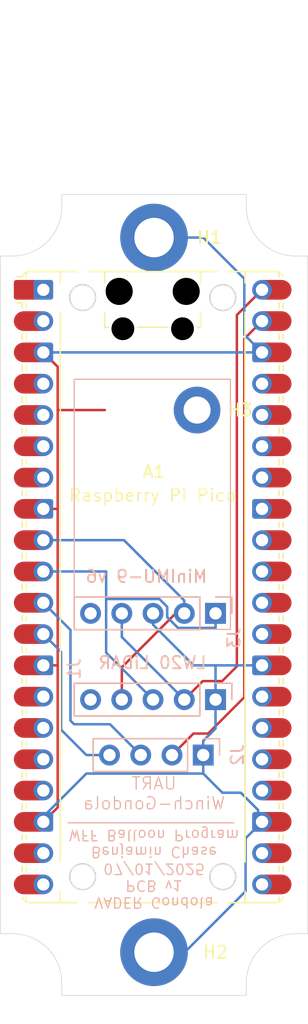
<source format=kicad_pcb>
(kicad_pcb (version 20241229) (generator "pcbnew") (generator_version "9.0")
  (title_block (title "VADER Gondola") (date "2025-07-01") (rev "v1") (company "NASA"))
  (layers (0 "F.Cu" signal) (2 "B.Cu" signal) (13 "F.Paste" user) (15 "B.Paste" user) (5 "F.SilkS" user "F.Silkscreen") (7 "B.SilkS" user "B.Silkscreen") (1 "F.Mask" user) (3 "B.Mask" user) (25 "Edge.Cuts" user))
  (net 0 "")
  (net 3 "GND")
  (net 5 "Net-(A1-VSYS)")
  (net 7 "Net-(A1-GPIO8)")
  (net 10 "VCC")
  (net 14 "Net-(A1-GPIO7)")
  (net 15 "Net-(A1-GPIO9)")
  (net 19 "unconnected-(A1-3V3-Pad36)")
  (net 20 "Net-(A1-GPIO6)")
  (footprint "Module:RaspberryPi_Pico_Common_Unspecified" (layer "F.Cu") (at 177.89 110.37)
    (property "Reference" "A1" (at -0.89 -9.37 0) (layer "F.SilkS") (effects (justify left)))
    (property "Value" "RaspberryPi_Pico")
    (fp_line (start -10.61 -23.07) (end -11.09 -23.07) (stroke (width 0.12)) (layer "F.SilkS"))
    (fp_line (start -10.61 -23.07) (end -10.61 -22.65) (stroke (width 0.12)) (layer "F.SilkS"))
    (fp_line (start -10.61 -20.53) (end -10.61 -20.11) (stroke (width 0.12)) (layer "F.SilkS"))
    (fp_line (start -10.61 -17.99) (end -10.61 -17.57) (stroke (width 0.12)) (layer "F.SilkS"))
    (fp_line (start -10.61 -15.45) (end -10.61 -15.03) (stroke (width 0.12)) (layer "F.SilkS"))
    (fp_line (start -10.61 -12.91) (end -10.61 -12.49) (stroke (width 0.12)) (layer "F.SilkS"))
    (fp_line (start -10.61 -10.37) (end -10.61 -9.95) (stroke (width 0.12)) (layer "F.SilkS"))
    (fp_line (start -10.61 -7.83) (end -10.61 -7.41) (stroke (width 0.12)) (layer "F.SilkS"))
    (fp_line (start -10.61 -5.29) (end -10.61 -4.87) (stroke (width 0.12)) (layer "F.SilkS"))
    (fp_line (start -10.61 -2.75) (end -10.61 -2.33) (stroke (width 0.12)) (layer "F.SilkS"))
    (fp_line (start -10.61 -0.21) (end -10.61 0.21) (stroke (width 0.12)) (layer "F.SilkS"))
    (fp_line (start -10.61 2.33) (end -10.61 2.75) (stroke (width 0.12)) (layer "F.SilkS"))
    (fp_line (start -10.61 4.87) (end -10.61 5.29) (stroke (width 0.12)) (layer "F.SilkS"))
    (fp_line (start -10.61 7.41) (end -10.61 7.83) (stroke (width 0.12)) (layer "F.SilkS"))
    (fp_line (start -10.61 9.95) (end -10.61 10.37) (stroke (width 0.12)) (layer "F.SilkS"))
    (fp_line (start -10.61 12.49) (end -10.61 12.91) (stroke (width 0.12)) (layer "F.SilkS"))
    (fp_line (start -10.61 15.03) (end -10.61 15.45) (stroke (width 0.12)) (layer "F.SilkS"))
    (fp_line (start -10.61 17.57) (end -10.61 17.99) (stroke (width 0.12)) (layer "F.SilkS"))
    (fp_line (start -10.61 20.11) (end -10.61 20.53) (stroke (width 0.12)) (layer "F.SilkS"))
    (fp_line (start -10.61 22.65) (end -10.61 23.07) (stroke (width 0.12)) (layer "F.SilkS"))
    (fp_line (start -10.579676 -25.19) (end -11.09 -25.19) (stroke (width 0.12)) (layer "F.SilkS"))
    (fp_line (start -10.27 -25.189937) (end -10.27 -25.547) (stroke (width 0.12)) (layer "F.SilkS"))
    (fp_line (start -10.27 -23.07) (end -10.27 -22.65) (stroke (width 0.12)) (layer "F.SilkS"))
    (fp_line (start -10.27 -20.53) (end -10.27 -20.11) (stroke (width 0.12)) (layer "F.SilkS"))
    (fp_line (start -10.27 -17.99) (end -10.27 -17.57) (stroke (width 0.12)) (layer "F.SilkS"))
    (fp_line (start -10.27 -15.45) (end -10.27 -15.03) (stroke (width 0.12)) (layer "F.SilkS"))
    (fp_line (start -10.27 -12.91) (end -10.27 -12.49) (stroke (width 0.12)) (layer "F.SilkS"))
    (fp_line (start -10.27 -10.37) (end -10.27 -9.95) (stroke (width 0.12)) (layer "F.SilkS"))
    (fp_line (start -10.27 -7.83) (end -10.27 -7.41) (stroke (width 0.12)) (layer "F.SilkS"))
    (fp_line (start -10.27 -5.29) (end -10.27 -4.87) (stroke (width 0.12)) (layer "F.SilkS"))
    (fp_line (start -10.27 -2.75) (end -10.27 -2.33) (stroke (width 0.12)) (layer "F.SilkS"))
    (fp_line (start -10.27 -0.21) (end -10.27 0.21) (stroke (width 0.12)) (layer "F.SilkS"))
    (fp_line (start -10.27 2.33) (end -10.27 2.75) (stroke (width 0.12)) (layer "F.SilkS"))
    (fp_line (start -10.27 4.87) (end -10.27 5.29) (stroke (width 0.12)) (layer "F.SilkS"))
    (fp_line (start -10.27 7.41) (end -10.27 7.83) (stroke (width 0.12)) (layer "F.SilkS"))
    (fp_line (start -10.27 9.95) (end -10.27 10.37) (stroke (width 0.12)) (layer "F.SilkS"))
    (fp_line (start -10.27 12.49) (end -10.27 12.91) (stroke (width 0.12)) (layer "F.SilkS"))
    (fp_line (start -10.27 15.03) (end -10.27 15.45) (stroke (width 0.12)) (layer "F.SilkS"))
    (fp_line (start -10.27 17.57) (end -10.27 17.99) (stroke (width 0.12)) (layer "F.SilkS"))
    (fp_line (start -10.27 20.11) (end -10.27 20.53) (stroke (width 0.12)) (layer "F.SilkS"))
    (fp_line (start -10.27 22.65) (end -10.27 23.07) (stroke (width 0.12)) (layer "F.SilkS"))
    (fp_line (start -10.27 25.189937) (end -10.27 25.547) (stroke (width 0.12)) (layer "F.SilkS"))
    (fp_line (start -10 -25.61) (end -7.51 -25.61) (stroke (width 0.12)) (layer "F.SilkS"))
    (fp_line (start -10 25.61) (end -6.162061 25.61) (stroke (width 0.12)) (layer "F.SilkS"))
    (fp_line (start -7.51 -25.61) (end -7.51 -24.69648) (stroke (width 0.12)) (layer "F.SilkS"))
    (fp_line (start -7.51 -25.61) (end -6.16206 -25.61) (stroke (width 0.12)) (layer "F.SilkS"))
    (fp_line (start -7.51 -22.30352) (end -7.51 22.30352) (stroke (width 0.12)) (layer "F.SilkS"))
    (fp_line (start -7.51 24.69648) (end -7.51 25.61) (stroke (width 0.12)) (layer "F.SilkS"))
    (fp_line (start -5.237939 -25.61) (end -4.235 -25.61) (stroke (width 0.12)) (layer "F.SilkS"))
    (fp_line (start -4.235 -25.61) (end 4.235 -25.61) (stroke (width 0.12)) (layer "F.SilkS"))
    (fp_line (start -3.9 -25.61) (end -3.9 -24.694) (stroke (width 0.12)) (layer "F.SilkS"))
    (fp_line (start -3.9 -22.306) (end -3.9 -21.09) (stroke (width 0.12)) (layer "F.SilkS"))
    (fp_line (start -3.9 -21.09) (end -3.60391 -21.09) (stroke (width 0.12)) (layer "F.SilkS"))
    (fp_line (start -3.6 25.61) (end -5.237939 25.61) (stroke (width 0.12)) (layer "F.SilkS"))
    (fp_line (start -1.24609 -21.09) (end 1.24609 -21.09) (stroke (width 0.12)) (layer "F.SilkS"))
    (fp_line (start 3.6 25.61) (end -3.6 25.61) (stroke (width 0.12)) (layer "F.SilkS"))
    (fp_line (start 3.60391 -21.09) (end 3.9 -21.09) (stroke (width 0.12)) (layer "F.SilkS"))
    (fp_line (start 3.9 -25.61) (end 3.9 -24.694) (stroke (width 0.12)) (layer "F.SilkS"))
    (fp_line (start 3.9 -22.306) (end 3.9 -21.09) (stroke (width 0.12)) (layer "F.SilkS"))
    (fp_line (start 4.235 -25.61) (end 5.237939 -25.61) (stroke (width 0.12)) (layer "F.SilkS"))
    (fp_line (start 5.237939 25.61) (end 3.6 25.61) (stroke (width 0.12)) (layer "F.SilkS"))
    (fp_line (start 6.162061 -25.61) (end 7.51 -25.61) (stroke (width 0.12)) (layer "F.SilkS"))
    (fp_line (start 6.162061 25.61) (end 10 25.61) (stroke (width 0.12)) (layer "F.SilkS"))
    (fp_line (start 7.51 -25.61) (end 7.51 -24.69648) (stroke (width 0.12)) (layer "F.SilkS"))
    (fp_line (start 7.51 -22.30352) (end 7.51 22.30352) (stroke (width 0.12)) (layer "F.SilkS"))
    (fp_line (start 7.51 24.69648) (end 7.51 25.61) (stroke (width 0.12)) (layer "F.SilkS"))
    (fp_line (start 10 -25.61) (end 7.51 -25.61) (stroke (width 0.12)) (layer "F.SilkS"))
    (fp_line (start 10.27 -25.189937) (end 10.27 -25.547) (stroke (width 0.12)) (layer "F.SilkS"))
    (fp_line (start 10.27 -23.07) (end 10.27 -22.65) (stroke (width 0.12)) (layer "F.SilkS"))
    (fp_line (start 10.27 -20.53) (end 10.27 -20.11) (stroke (width 0.12)) (layer "F.SilkS"))
    (fp_line (start 10.27 -17.99) (end 10.27 -17.57) (stroke (width 0.12)) (layer "F.SilkS"))
    (fp_line (start 10.27 -15.45) (end 10.27 -15.03) (stroke (width 0.12)) (layer "F.SilkS"))
    (fp_line (start 10.27 -12.91) (end 10.27 -12.49) (stroke (width 0.12)) (layer "F.SilkS"))
    (fp_line (start 10.27 -10.37) (end 10.27 -9.95) (stroke (width 0.12)) (layer "F.SilkS"))
    (fp_line (start 10.27 -7.83) (end 10.27 -7.41) (stroke (width 0.12)) (layer "F.SilkS"))
    (fp_line (start 10.27 -5.29) (end 10.27 -4.87) (stroke (width 0.12)) (layer "F.SilkS"))
    (fp_line (start 10.27 -2.75) (end 10.27 -2.33) (stroke (width 0.12)) (layer "F.SilkS"))
    (fp_line (start 10.27 -0.21) (end 10.27 0.21) (stroke (width 0.12)) (layer "F.SilkS"))
    (fp_line (start 10.27 2.33) (end 10.27 2.75) (stroke (width 0.12)) (layer "F.SilkS"))
    (fp_line (start 10.27 4.87) (end 10.27 5.29) (stroke (width 0.12)) (layer "F.SilkS"))
    (fp_line (start 10.27 7.41) (end 10.27 7.83) (stroke (width 0.12)) (layer "F.SilkS"))
    (fp_line (start 10.27 9.95) (end 10.27 10.37) (stroke (width 0.12)) (layer "F.SilkS"))
    (fp_line (start 10.27 12.49) (end 10.27 12.91) (stroke (width 0.12)) (layer "F.SilkS"))
    (fp_line (start 10.27 15.03) (end 10.27 15.45) (stroke (width 0.12)) (layer "F.SilkS"))
    (fp_line (start 10.27 17.57) (end 10.27 17.99) (stroke (width 0.12)) (layer "F.SilkS"))
    (fp_line (start 10.27 20.11) (end 10.27 20.53) (stroke (width 0.12)) (layer "F.SilkS"))
    (fp_line (start 10.27 22.65) (end 10.27 23.07) (stroke (width 0.12)) (layer "F.SilkS"))
    (fp_line (start 10.27 25.189937) (end 10.27 25.547) (stroke (width 0.12)) (layer "F.SilkS"))
    (fp_line (start 10.61 -23.07) (end 10.61 -22.65) (stroke (width 0.12)) (layer "F.SilkS"))
    (fp_line (start 10.61 -20.53) (end 10.61 -20.11) (stroke (width 0.12)) (layer "F.SilkS"))
    (fp_line (start 10.61 -17.99) (end 10.61 -17.57) (stroke (width 0.12)) (layer "F.SilkS"))
    (fp_line (start 10.61 -15.45) (end 10.61 -15.03) (stroke (width 0.12)) (layer "F.SilkS"))
    (fp_line (start 10.61 -12.91) (end 10.61 -12.49) (stroke (width 0.12)) (layer "F.SilkS"))
    (fp_line (start 10.61 -10.37) (end 10.61 -9.95) (stroke (width 0.12)) (layer "F.SilkS"))
    (fp_line (start 10.61 -7.83) (end 10.61 -7.41) (stroke (width 0.12)) (layer "F.SilkS"))
    (fp_line (start 10.61 -5.29) (end 10.61 -4.87) (stroke (width 0.12)) (layer "F.SilkS"))
    (fp_line (start 10.61 -2.75) (end 10.61 -2.33) (stroke (width 0.12)) (layer "F.SilkS"))
    (fp_line (start 10.61 -0.21) (end 10.61 0.21) (stroke (width 0.12)) (layer "F.SilkS"))
    (fp_line (start 10.61 2.33) (end 10.61 2.75) (stroke (width 0.12)) (layer "F.SilkS"))
    (fp_line (start 10.61 4.87) (end 10.61 5.29) (stroke (width 0.12)) (layer "F.SilkS"))
    (fp_line (start 10.61 7.41) (end 10.61 7.83) (stroke (width 0.12)) (layer "F.SilkS"))
    (fp_line (start 10.61 9.95) (end 10.61 10.37) (stroke (width 0.12)) (layer "F.SilkS"))
    (fp_line (start 10.61 12.49) (end 10.61 12.91) (stroke (width 0.12)) (layer "F.SilkS"))
    (fp_line (start 10.61 15.03) (end 10.61 15.45) (stroke (width 0.12)) (layer "F.SilkS"))
    (fp_line (start 10.61 17.57) (end 10.61 17.99) (stroke (width 0.12)) (layer "F.SilkS"))
    (fp_line (start 10.61 20.11) (end 10.61 20.53) (stroke (width 0.12)) (layer "F.SilkS"))
    (fp_line (start 10.61 22.65) (end 10.61 23.07) (stroke (width 0.12)) (layer "F.SilkS"))
    (fp_arc (start -10.579676 -25.19) (mid -10.357938 -25.493944) (end -10 -25.61) (stroke (width 0.12)) (layer "F.SilkS"))
    (fp_arc (start -10 25.61) (mid -10.357937 25.493944) (end -10.579676 25.189937) (stroke (width 0.12)) (layer "F.SilkS"))
    (fp_arc (start 10 -25.61) (mid 10.357937 -25.493944) (end 10.579676 -25.189937) (stroke (width 0.12)) (layer "F.SilkS"))
    (fp_arc (start 10.579676 25.189937) (mid 10.357946 25.493957) (end 10 25.61) (stroke (width 0.12)) (layer "F.SilkS"))
    (fp_circle (center -5.7 -23.5) (end -4.65 -23.5) (stroke (width 0.12)) (fill no) (layer "Edge.Cuts"))
    (fp_circle (center -5.7 23.5) (end -4.65 23.5) (stroke (width 0.12)) (fill no) (layer "Edge.Cuts"))
    (fp_circle (center 5.7 -23.5) (end 6.75 -23.5) (stroke (width 0.12)) (fill no) (layer "Edge.Cuts"))
    (fp_circle (center 5.7 23.5) (end 6.75 23.5) (stroke (width 0.12)) (fill no) (layer "Edge.Cuts"))
    (pad "" np_thru_hole circle (at -2.725 -24) (size 2.2 2.2) (drill 2.2) (layers "*.Mask"))
    (pad "" np_thru_hole circle (at -2.425 -20.97) (size 1.85 1.85) (drill 1.85) (layers "*.Mask"))
    (pad "" np_thru_hole circle (at 2.425 -20.97) (size 1.85 1.85) (drill 1.85) (layers "*.Mask"))
    (pad "" np_thru_hole circle (at 2.725 -24) (size 2.2 2.2) (drill 2.2) (layers "*.Mask"))
    (pad "1" smd custom (at -9.69 -24.13) (size 1.6 0.8) (layers "F.Cu" "F.Mask") (options (clearance outline) (anchor rect)) (primitives (gr_circle (center 0.8 0) (end 1.6 0) (width 0) (fill yes)) (gr_poly (pts (xy -1.6 -0.6) (xy -1.6 0.6) (xy -1.4 0.8) (xy 0.8 0.8) (xy 0.8 -0.8) (xy -1.4 -0.8)) (width 0) (fill yes)) (gr_circle (center -1.4 -0.6) (end -1.2 -0.6) (width 0) (fill yes)) (gr_circle (center -1.4 0.6) (end -1.2 0.6) (width 0) (fill yes))))
    (pad "1" thru_hole roundrect (at -8.89 -24.13) (size 1.6 1.6) (drill 1) (layers "*.Cu" "*.Mask") (roundrect_rratio 0.125))
    (pad "2" smd roundrect (at -9.69 -21.59) (size 3.2 1.6) (layers "F.Cu" "F.Mask") (roundrect_rratio 0.5))
    (pad "2" thru_hole circle (at -8.89 -21.59) (size 1.6 1.6) (drill 1) (layers "*.Cu" "*.Mask"))
    (pad "3" smd custom (at -9.69 -19.05) (size 1.6 0.8) (layers "F.Cu" "F.Mask") (net 3 "GND") (options (clearance outline) (anchor rect)) (primitives (gr_circle (center -0.8 0) (end 0 0) (width 0) (fill yes)) (gr_poly (pts (xy 1.6 -0.6) (xy 1.6 0.6) (xy 1.4 0.8) (xy -0.8 0.8) (xy -0.8 -0.8) (xy 1.4 -0.8)) (width 0) (fill yes)) (gr_circle (center 1.4 -0.6) (end 1.6 -0.6) (width 0) (fill yes)) (gr_circle (center 1.4 0.6) (end 1.6 0.6) (width 0) (fill yes))))
    (pad "3" thru_hole custom (at -8.89 -19.05) (size 1.6 1.6) (drill 1) (layers "*.Cu" "*.Mask") (net 3 "GND") (options (clearance outline) (anchor circle)) (primitives (gr_poly (pts (xy 0.8 0.6) (xy 0.8 -0.6) (xy 0.6 -0.8) (xy 0 -0.8) (xy 0 0.8) (xy 0.6 0.8)) (width 0) (fill yes)) (gr_circle (center 0.6 0.6) (end 0.8 0.6) (width 0) (fill yes)) (gr_circle (center 0.6 -0.6) (end 0.8 -0.6) (width 0) (fill yes))))
    (pad "4" smd roundrect (at -9.69 -16.51) (size 3.2 1.6) (layers "F.Cu" "F.Mask") (roundrect_rratio 0.5))
    (pad "4" thru_hole circle (at -8.89 -16.51) (size 1.6 1.6) (drill 1) (layers "*.Cu" "*.Mask"))
    (pad "5" smd roundrect (at -9.69 -13.97) (size 3.2 1.6) (layers "F.Cu" "F.Mask") (roundrect_rratio 0.5))
    (pad "5" thru_hole circle (at -8.89 -13.97) (size 1.6 1.6) (drill 1) (layers "*.Cu" "*.Mask"))
    (pad "6" smd roundrect (at -9.69 -11.43) (size 3.2 1.6) (layers "F.Cu" "F.Mask") (roundrect_rratio 0.5))
    (pad "6" thru_hole circle (at -8.89 -11.43) (size 1.6 1.6) (drill 1) (layers "*.Cu" "*.Mask"))
    (pad "7" smd roundrect (at -9.69 -8.89) (size 3.2 1.6) (layers "F.Cu" "F.Mask") (roundrect_rratio 0.5))
    (pad "7" thru_hole circle (at -8.89 -8.89) (size 1.6 1.6) (drill 1) (layers "*.Cu" "*.Mask"))
    (pad "8" smd custom (at -9.69 -6.35) (size 1.6 0.8) (layers "F.Cu" "F.Mask") (net 3 "GND") (options (clearance outline) (anchor rect)) (primitives (gr_circle (center -0.8 0) (end 0 0) (width 0) (fill yes)) (gr_poly (pts (xy 1.6 -0.6) (xy 1.6 0.6) (xy 1.4 0.8) (xy -0.8 0.8) (xy -0.8 -0.8) (xy 1.4 -0.8)) (width 0) (fill yes)) (gr_circle (center 1.4 -0.6) (end 1.6 -0.6) (width 0) (fill yes)) (gr_circle (center 1.4 0.6) (end 1.6 0.6) (width 0) (fill yes))))
    (pad "8" thru_hole custom (at -8.89 -6.35) (size 1.6 1.6) (drill 1) (layers "*.Cu" "*.Mask") (net 3 "GND") (options (clearance outline) (anchor circle)) (primitives (gr_poly (pts (xy 0.8 0.6) (xy 0.8 -0.6) (xy 0.6 -0.8) (xy 0 -0.8) (xy 0 0.8) (xy 0.6 0.8)) (width 0) (fill yes)) (gr_circle (center 0.6 0.6) (end 0.8 0.6) (width 0) (fill yes)) (gr_circle (center 0.6 -0.6) (end 0.8 -0.6) (width 0) (fill yes))))
    (pad "9" smd roundrect (at -9.69 -3.81) (size 3.2 1.6) (layers "F.Cu" "F.Mask") (roundrect_rratio 0.5) (net 20 "Net-(A1-GPIO6)"))
    (pad "9" thru_hole circle (at -8.89 -3.81) (size 1.6 1.6) (drill 1) (layers "*.Cu" "*.Mask") (net 20 "Net-(A1-GPIO6)"))
    (pad "10" smd roundrect (at -9.69 -1.27) (size 3.2 1.6) (layers "F.Cu" "F.Mask") (roundrect_rratio 0.5) (net 14 "Net-(A1-GPIO7)"))
    (pad "10" thru_hole circle (at -8.89 -1.27) (size 1.6 1.6) (drill 1) (layers "*.Cu" "*.Mask") (net 14 "Net-(A1-GPIO7)"))
    (pad "11" smd roundrect (at -9.69 1.27) (size 3.2 1.6) (layers "F.Cu" "F.Mask") (roundrect_rratio 0.5) (net 7 "Net-(A1-GPIO8)"))
    (pad "11" thru_hole circle (at -8.89 1.27) (size 1.6 1.6) (drill 1) (layers "*.Cu" "*.Mask") (net 7 "Net-(A1-GPIO8)"))
    (pad "12" smd roundrect (at -9.69 3.81) (size 3.2 1.6) (layers "F.Cu" "F.Mask") (roundrect_rratio 0.5) (net 15 "Net-(A1-GPIO9)"))
    (pad "12" thru_hole circle (at -8.89 3.81) (size 1.6 1.6) (drill 1) (layers "*.Cu" "*.Mask") (net 15 "Net-(A1-GPIO9)"))
    (pad "13" smd custom (at -9.69 6.35) (size 1.6 0.8) (layers "F.Cu" "F.Mask") (net 3 "GND") (options (clearance outline) (anchor rect)) (primitives (gr_circle (center -0.8 0) (end 0 0) (width 0) (fill yes)) (gr_poly (pts (xy 1.6 -0.6) (xy 1.6 0.6) (xy 1.4 0.8) (xy -0.8 0.8) (xy -0.8 -0.8) (xy 1.4 -0.8)) (width 0) (fill yes)) (gr_circle (center 1.4 -0.6) (end 1.6 -0.6) (width 0) (fill yes)) (gr_circle (center 1.4 0.6) (end 1.6 0.6) (width 0) (fill yes))))
    (pad "13" thru_hole custom (at -8.89 6.35) (size 1.6 1.6) (drill 1) (layers "*.Cu" "*.Mask") (net 3 "GND") (options (clearance outline) (anchor circle)) (primitives (gr_poly (pts (xy 0.8 0.6) (xy 0.8 -0.6) (xy 0.6 -0.8) (xy 0 -0.8) (xy 0 0.8) (xy 0.6 0.8)) (width 0) (fill yes)) (gr_circle (center 0.6 0.6) (end 0.8 0.6) (width 0) (fill yes)) (gr_circle (center 0.6 -0.6) (end 0.8 -0.6) (width 0) (fill yes))))
    (pad "14" smd roundrect (at -9.69 8.89) (size 3.2 1.6) (layers "F.Cu" "F.Mask") (roundrect_rratio 0.5))
    (pad "14" thru_hole circle (at -8.89 8.89) (size 1.6 1.6) (drill 1) (layers "*.Cu" "*.Mask"))
    (pad "15" smd roundrect (at -9.69 11.43) (size 3.2 1.6) (layers "F.Cu" "F.Mask") (roundrect_rratio 0.5))
    (pad "15" thru_hole circle (at -8.89 11.43) (size 1.6 1.6) (drill 1) (layers "*.Cu" "*.Mask"))
    (pad "16" smd roundrect (at -9.69 13.97) (size 3.2 1.6) (layers "F.Cu" "F.Mask") (roundrect_rratio 0.5))
    (pad "16" thru_hole circle (at -8.89 13.97) (size 1.6 1.6) (drill 1) (layers "*.Cu" "*.Mask"))
    (pad "17" smd roundrect (at -9.69 16.51) (size 3.2 1.6) (layers "F.Cu" "F.Mask") (roundrect_rratio 0.5))
    (pad "17" thru_hole circle (at -8.89 16.51) (size 1.6 1.6) (drill 1) (layers "*.Cu" "*.Mask"))
    (pad "18" smd custom (at -9.69 19.05) (size 1.6 0.8) (layers "F.Cu" "F.Mask") (net 3 "GND") (options (clearance outline) (anchor rect)) (primitives (gr_circle (center -0.8 0) (end 0 0) (width 0) (fill yes)) (gr_poly (pts (xy 1.6 -0.6) (xy 1.6 0.6) (xy 1.4 0.8) (xy -0.8 0.8) (xy -0.8 -0.8) (xy 1.4 -0.8)) (width 0) (fill yes)) (gr_circle (center 1.4 -0.6) (end 1.6 -0.6) (width 0) (fill yes)) (gr_circle (center 1.4 0.6) (end 1.6 0.6) (width 0) (fill yes))))
    (pad "18" thru_hole custom (at -8.89 19.05) (size 1.6 1.6) (drill 1) (layers "*.Cu" "*.Mask") (net 3 "GND") (options (clearance outline) (anchor circle)) (primitives (gr_poly (pts (xy 0.8 0.6) (xy 0.8 -0.6) (xy 0.6 -0.8) (xy 0 -0.8) (xy 0 0.8) (xy 0.6 0.8)) (width 0) (fill yes)) (gr_circle (center 0.6 0.6) (end 0.8 0.6) (width 0) (fill yes)) (gr_circle (center 0.6 -0.6) (end 0.8 -0.6) (width 0) (fill yes))))
    (pad "19" smd roundrect (at -9.69 21.59) (size 3.2 1.6) (layers "F.Cu" "F.Mask") (roundrect_rratio 0.5))
    (pad "19" thru_hole circle (at -8.89 21.59) (size 1.6 1.6) (drill 1) (layers "*.Cu" "*.Mask"))
    (pad "20" smd roundrect (at -9.69 24.13) (size 3.2 1.6) (layers "F.Cu" "F.Mask") (roundrect_rratio 0.5))
    (pad "20" thru_hole circle (at -8.89 24.13) (size 1.6 1.6) (drill 1) (layers "*.Cu" "*.Mask"))
    (pad "21" thru_hole circle (at 8.89 24.13) (size 1.6 1.6) (drill 1) (layers "*.Cu" "*.Mask"))
    (pad "21" smd roundrect (at 9.69 24.13) (size 3.2 1.6) (layers "F.Cu" "F.Mask") (roundrect_rratio 0.5))
    (pad "22" thru_hole circle (at 8.89 21.59) (size 1.6 1.6) (drill 1) (layers "*.Cu" "*.Mask"))
    (pad "22" smd roundrect (at 9.69 21.59) (size 3.2 1.6) (layers "F.Cu" "F.Mask") (roundrect_rratio 0.5))
    (pad "23" thru_hole custom (at 8.89 19.05) (size 1.6 1.6) (drill 1) (layers "*.Cu" "*.Mask") (net 3 "GND") (options (clearance outline) (anchor circle)) (primitives (gr_poly (pts (xy -0.8 0.6) (xy -0.8 -0.6) (xy -0.6 -0.8) (xy 0 -0.8) (xy 0 0.8) (xy -0.6 0.8)) (width 0) (fill yes)) (gr_circle (center -0.6 0.6) (end -0.4 0.6) (width 0) (fill yes)) (gr_circle (center -0.6 -0.6) (end -0.4 -0.6) (width 0) (fill yes))))
    (pad "23" smd custom (at 9.69 19.05) (size 1.6 0.8) (layers "F.Cu" "F.Mask") (net 3 "GND") (options (clearance outline) (anchor rect)) (primitives (gr_circle (center 0.8 0) (end 1.6 0) (width 0) (fill yes)) (gr_poly (pts (xy -1.6 -0.6) (xy -1.6 0.6) (xy -1.4 0.8) (xy 0.8 0.8) (xy 0.8 -0.8) (xy -1.4 -0.8)) (width 0) (fill yes)) (gr_circle (center -1.4 -0.6) (end -1.2 -0.6) (width 0) (fill yes)) (gr_circle (center -1.4 0.6) (end -1.2 0.6) (width 0) (fill yes))))
    (pad "24" thru_hole circle (at 8.89 16.51) (size 1.6 1.6) (drill 1) (layers "*.Cu" "*.Mask"))
    (pad "24" smd roundrect (at 9.69 16.51) (size 3.2 1.6) (layers "F.Cu" "F.Mask") (roundrect_rratio 0.5))
    (pad "25" thru_hole circle (at 8.89 13.97) (size 1.6 1.6) (drill 1) (layers "*.Cu" "*.Mask"))
    (pad "25" smd roundrect (at 9.69 13.97) (size 3.2 1.6) (layers "F.Cu" "F.Mask") (roundrect_rratio 0.5))
    (pad "26" thru_hole circle (at 8.89 11.43) (size 1.6 1.6) (drill 1) (layers "*.Cu" "*.Mask"))
    (pad "26" smd roundrect (at 9.69 11.43) (size 3.2 1.6) (layers "F.Cu" "F.Mask") (roundrect_rratio 0.5))
    (pad "27" thru_hole circle (at 8.89 8.89) (size 1.6 1.6) (drill 1) (layers "*.Cu" "*.Mask"))
    (pad "27" smd roundrect (at 9.69 8.89) (size 3.2 1.6) (layers "F.Cu" "F.Mask") (roundrect_rratio 0.5))
    (pad "28" thru_hole custom (at 8.89 6.35) (size 1.6 1.6) (drill 1) (layers "*.Cu" "*.Mask") (net 3 "GND") (options (clearance outline) (anchor circle)) (primitives (gr_poly (pts (xy -0.8 0.6) (xy -0.8 -0.6) (xy -0.6 -0.8) (xy 0 -0.8) (xy 0 0.8) (xy -0.6 0.8)) (width 0) (fill yes)) (gr_circle (center -0.6 0.6) (end -0.4 0.6) (width 0) (fill yes)) (gr_circle (center -0.6 -0.6) (end -0.4 -0.6) (width 0) (fill yes))))
    (pad "28" smd custom (at 9.69 6.35) (size 1.6 0.8) (layers "F.Cu" "F.Mask") (net 3 "GND") (options (clearance outline) (anchor rect)) (primitives (gr_circle (center 0.8 0) (end 1.6 0) (width 0) (fill yes)) (gr_poly (pts (xy -1.6 -0.6) (xy -1.6 0.6) (xy -1.4 0.8) (xy 0.8 0.8) (xy 0.8 -0.8) (xy -1.4 -0.8)) (width 0) (fill yes)) (gr_circle (center -1.4 -0.6) (end -1.2 -0.6) (width 0) (fill yes)) (gr_circle (center -1.4 0.6) (end -1.2 0.6) (width 0) (fill yes))))
    (pad "29" thru_hole circle (at 8.89 3.81) (size 1.6 1.6) (drill 1) (layers "*.Cu" "*.Mask"))
    (pad "29" smd roundrect (at 9.69 3.81) (size 3.2 1.6) (layers "F.Cu" "F.Mask") (roundrect_rratio 0.5))
    (pad "30" thru_hole circle (at 8.89 1.27) (size 1.6 1.6) (drill 1) (layers "*.Cu" "*.Mask"))
    (pad "30" smd roundrect (at 9.69 1.27) (size 3.2 1.6) (layers "F.Cu" "F.Mask") (roundrect_rratio 0.5))
    (pad "31" thru_hole circle (at 8.89 -1.27) (size 1.6 1.6) (drill 1) (layers "*.Cu" "*.Mask"))
    (pad "31" smd roundrect (at 9.69 -1.27) (size 3.2 1.6) (layers "F.Cu" "F.Mask") (roundrect_rratio 0.5))
    (pad "32" thru_hole circle (at 8.89 -3.81) (size 1.6 1.6) (drill 1) (layers "*.Cu" "*.Mask"))
    (pad "32" smd roundrect (at 9.69 -3.81) (size 3.2 1.6) (layers "F.Cu" "F.Mask") (roundrect_rratio 0.5))
    (pad "33" thru_hole custom (at 8.89 -6.35) (size 1.6 1.6) (drill 1) (layers "*.Cu" "*.Mask") (options (clearance outline) (anchor circle)) (primitives (gr_poly (pts (xy -0.8 0.6) (xy -0.8 -0.6) (xy -0.6 -0.8) (xy 0 -0.8) (xy 0 0.8) (xy -0.6 0.8)) (width 0) (fill yes)) (gr_circle (center -0.6 0.6) (end -0.4 0.6) (width 0) (fill yes)) (gr_circle (center -0.6 -0.6) (end -0.4 -0.6) (width 0) (fill yes))))
    (pad "33" smd custom (at 9.69 -6.35) (size 1.6 0.8) (layers "F.Cu" "F.Mask") (options (clearance outline) (anchor rect)) (primitives (gr_circle (center 0.8 0) (end 1.6 0) (width 0) (fill yes)) (gr_poly (pts (xy -1.6 -0.6) (xy -1.6 0.6) (xy -1.4 0.8) (xy 0.8 0.8) (xy 0.8 -0.8) (xy -1.4 -0.8)) (width 0) (fill yes)) (gr_circle (center -1.4 -0.6) (end -1.2 -0.6) (width 0) (fill yes)) (gr_circle (center -1.4 0.6) (end -1.2 0.6) (width 0) (fill yes))))
    (pad "34" thru_hole circle (at 8.89 -8.89) (size 1.6 1.6) (drill 1) (layers "*.Cu" "*.Mask"))
    (pad "34" smd roundrect (at 9.69 -8.89) (size 3.2 1.6) (layers "F.Cu" "F.Mask") (roundrect_rratio 0.5))
    (pad "35" thru_hole circle (at 8.89 -11.43) (size 1.6 1.6) (drill 1) (layers "*.Cu" "*.Mask"))
    (pad "35" smd roundrect (at 9.69 -11.43) (size 3.2 1.6) (layers "F.Cu" "F.Mask") (roundrect_rratio 0.5))
    (pad "36" thru_hole circle (at 8.89 -13.97) (size 1.6 1.6) (drill 1) (layers "*.Cu" "*.Mask") (net 19 "unconnected-(A1-3V3-Pad36)"))
    (pad "36" smd roundrect (at 9.69 -13.97) (size 3.2 1.6) (layers "F.Cu" "F.Mask") (roundrect_rratio 0.5) (net 19 "unconnected-(A1-3V3-Pad36)"))
    (pad "37" thru_hole circle (at 8.89 -16.51) (size 1.6 1.6) (drill 1) (layers "*.Cu" "*.Mask"))
    (pad "37" smd roundrect (at 9.69 -16.51) (size 3.2 1.6) (layers "F.Cu" "F.Mask") (roundrect_rratio 0.5))
    (pad "38" thru_hole custom (at 8.89 -19.05) (size 1.6 1.6) (drill 1) (layers "*.Cu" "*.Mask") (net 3 "GND") (options (clearance outline) (anchor circle)) (primitives (gr_poly (pts (xy -0.8 0.6) (xy -0.8 -0.6) (xy -0.6 -0.8) (xy 0 -0.8) (xy 0 0.8) (xy -0.6 0.8)) (width 0) (fill yes)) (gr_circle (center -0.6 0.6) (end -0.4 0.6) (width 0) (fill yes)) (gr_circle (center -0.6 -0.6) (end -0.4 -0.6) (width 0) (fill yes))))
    (pad "38" smd custom (at 9.69 -19.05) (size 1.6 0.8) (layers "F.Cu" "F.Mask") (net 3 "GND") (options (clearance outline) (anchor rect)) (primitives (gr_circle (center 0.8 0) (end 1.6 0) (width 0) (fill yes)) (gr_poly (pts (xy -1.6 -0.6) (xy -1.6 0.6) (xy -1.4 0.8) (xy 0.8 0.8) (xy 0.8 -0.8) (xy -1.4 -0.8)) (width 0) (fill yes)) (gr_circle (center -1.4 -0.6) (end -1.2 -0.6) (width 0) (fill yes)) (gr_circle (center -1.4 0.6) (end -1.2 0.6) (width 0) (fill yes))))
    (pad "39" thru_hole circle (at 8.89 -21.59) (size 1.6 1.6) (drill 1) (layers "*.Cu" "*.Mask") (net 5 "Net-(A1-VSYS)"))
    (pad "39" smd roundrect (at 9.69 -21.59) (size 3.2 1.6) (layers "F.Cu" "F.Mask") (roundrect_rratio 0.5) (net 5 "Net-(A1-VSYS)"))
    (pad "40" thru_hole circle (at 8.89 -24.13) (size 1.6 1.6) (drill 1) (layers "*.Cu" "*.Mask") (net 10 "VCC"))
    (pad "40" smd roundrect (at 9.69 -24.13) (size 3.2 1.6) (layers "F.Cu" "F.Mask") (roundrect_rratio 0.5) (net 10 "VCC"))
  )
  (footprint "MountingHole:MountingHole_3.2mm_M3_ISO14580_Pad_TopBottom" (layer "F.Cu") (at 178 140)
    (property "Reference" "H2" (at 5 0 0) (layer "F.SilkS"))
    (property "Value" "MountingHole_Pad")
    (pad "1" thru_hole circle (at 0 0) (size 3.6 3.6) (drill 3.2) (layers "*.Cu" "*.Mask") (net 3 "GND"))
    (pad "1" connect circle (at 0 0) (size 5.5 5.5) (layers "F.Cu" "F.Mask") (net 3 "GND"))
    (pad "1" connect circle (at 0 0) (size 5.5 5.5) (layers "B.Cu" "B.Mask") (net 3 "GND"))
  )
  (footprint "MountingHole:MountingHole_2.2mm_M2_ISO14580_Pad_TopBottom" (layer "F.Cu") (at 181.5 96)
    (property "Reference" "H3" (at 3.5 0 0) (layer "F.SilkS"))
    (property "Value" "MountingHole_Pad" (hide yes))
    (pad "1" thru_hole circle (at 0 0) (size 2.6 2.6) (drill 2.2) (layers "*.Cu" "*.Mask") (net 3 "GND"))
    (pad "1" connect circle (at 0 0) (size 3.8 3.8) (layers "F.Cu" "F.Mask") (net 3 "GND"))
    (pad "1" connect circle (at 0 0) (size 3.8 3.8) (layers "B.Cu" "B.Mask") (net 3 "GND"))
  )
  (footprint "MountingHole:MountingHole_3.2mm_M3_ISO14580_Pad_TopBottom" (layer "F.Cu") (at 178 82)
    (property "Reference" "H1" (at 4.5 0 0) (layer "F.SilkS"))
    (property "Value" "MountingHole_Pad")
    (pad "1" thru_hole circle (at 0 0) (size 3.6 3.6) (drill 3.2) (layers "*.Cu" "*.Mask") (net 3 "GND"))
    (pad "1" connect circle (at 0 0) (size 5.5 5.5) (layers "F.Cu" "F.Mask") (net 3 "GND"))
    (pad "1" connect circle (at 0 0) (size 5.5 5.5) (layers "B.Cu" "B.Mask") (net 3 "GND"))
  )
  (footprint "Connector_PinSocket_2.54mm:PinSocket_1x05_P2.54mm_Vertical" (layer "B.Cu") (at 183 119.5 90)
    (property "Reference" "J1" (at 2.5 -11.5 90) (layer "B.SilkS") (effects (justify mirror)))
    (property "Value" "LW20 LiDAR" (at 3 -5.12 0) (layer "B.SilkS") (effects (justify mirror)))
    (fp_line (start -1.33 -11.49) (end 1.33 -11.49) (stroke (width 0.12)) (layer "B.SilkS"))
    (fp_line (start 1.33 -1.27) (end 1.33 -11.49) (stroke (width 0.12)) (layer "B.SilkS"))
    (fp_line (start -1.33 -1.27) (end -1.33 -11.49) (stroke (width 0.12)) (layer "B.SilkS"))
    (fp_line (start -1.33 -1.27) (end 1.33 -1.27) (stroke (width 0.12)) (layer "B.SilkS"))
    (fp_line (start 1.33 1.33) (end 1.33 0) (stroke (width 0.12)) (layer "B.SilkS"))
    (fp_line (start 0 1.33) (end 1.33 1.33) (stroke (width 0.12)) (layer "B.SilkS"))
    (pad "1" thru_hole rect (at 0 0 90) (size 1.7 1.7) (drill 1) (layers "*.Cu" "*.Mask") (net 3 "GND"))
    (pad "2" thru_hole circle (at 0 -2.54 90) (size 1.7 1.7) (drill 1) (layers "*.Cu" "*.Mask") (net 10 "VCC"))
    (pad "3" thru_hole circle (at 0 -5.08 90) (size 1.7 1.7) (drill 1) (layers "*.Cu" "*.Mask") (net 14 "Net-(A1-GPIO7)"))
    (pad "4" thru_hole circle (at 0 -7.62 90) (size 1.7 1.7) (drill 1) (layers "*.Cu" "*.Mask") (net 20 "Net-(A1-GPIO6)"))
    (pad "5" thru_hole circle (at 0 -10.16 90) (size 1.7 1.7) (drill 1) (layers "*.Cu" "*.Mask"))
  )
  (footprint "Connector_PinSocket_2.54mm:PinSocket_1x05_P2.54mm_Vertical" (layer "B.Cu") (at 183 112.5 90)
    (property "Reference" "J3" (at -2 1.5 90) (layer "B.SilkS") (effects (justify mirror)))
    (property "Value" "MinIMU-9 v6" (at 3 -5.62 0) (layer "B.SilkS") (effects (justify mirror)))
    (fp_line (start -1.33 -11.49) (end 1.33 -11.49) (stroke (width 0.12)) (layer "B.SilkS"))
    (fp_line (start 1.33 -1.27) (end 1.33 -11.49) (stroke (width 0.12)) (layer "B.SilkS"))
    (fp_line (start -1.33 -1.27) (end -1.33 -11.49) (stroke (width 0.12)) (layer "B.SilkS"))
    (fp_line (start -1.33 -1.27) (end 1.33 -1.27) (stroke (width 0.12)) (layer "B.SilkS"))
    (fp_line (start 1.33 1.33) (end 1.33 0) (stroke (width 0.12)) (layer "B.SilkS"))
    (fp_line (start 0 1.33) (end 1.33 1.33) (stroke (width 0.12)) (layer "B.SilkS"))
    (pad "1" thru_hole rect (at 0 0 90) (size 1.7 1.7) (drill 1) (layers "*.Cu" "*.Mask") (net 14 "Net-(A1-GPIO7)"))
    (pad "2" thru_hole circle (at 0 -2.54 90) (size 1.7 1.7) (drill 1) (layers "*.Cu" "*.Mask") (net 20 "Net-(A1-GPIO6)"))
    (pad "3" thru_hole circle (at 0 -5.08 90) (size 1.7 1.7) (drill 1) (layers "*.Cu" "*.Mask") (net 3 "GND"))
    (pad "4" thru_hole circle (at 0 -7.62 90) (size 1.7 1.7) (drill 1) (layers "*.Cu" "*.Mask") (net 10 "VCC"))
    (pad "5" thru_hole circle (at 0 -10.16 90) (size 1.7 1.7) (drill 1) (layers "*.Cu" "*.Mask"))
  )
  (footprint "Connector_PinSocket_2.54mm:PinSocket_1x04_P2.54mm_Vertical" (layer "B.Cu") (at 182 124 90)
    (property "Reference" "J2" (at 0 2.77 90) (layer "B.SilkS") (effects (justify mirror)))
    (property "Value" "UART Winch-Gondola" (hide yes))
    (fp_line (start -1.33 -8.95) (end 1.33 -8.95) (stroke (width 0.12)) (layer "B.SilkS"))
    (fp_line (start 1.33 -1.27) (end 1.33 -8.95) (stroke (width 0.12)) (layer "B.SilkS"))
    (fp_line (start -1.33 -1.27) (end -1.33 -8.95) (stroke (width 0.12)) (layer "B.SilkS"))
    (fp_line (start -1.33 -1.27) (end 1.33 -1.27) (stroke (width 0.12)) (layer "B.SilkS"))
    (fp_line (start 1.33 1.33) (end 1.33 0) (stroke (width 0.12)) (layer "B.SilkS"))
    (fp_line (start 0 1.33) (end 1.33 1.33) (stroke (width 0.12)) (layer "B.SilkS"))
    (pad "1" thru_hole rect (at 0 0 90) (size 1.7 1.7) (drill 1) (layers "*.Cu" "*.Mask") (net 3 "GND"))
    (pad "2" thru_hole circle (at 0 -2.54 90) (size 1.7 1.7) (drill 1) (layers "*.Cu" "*.Mask") (net 5 "Net-(A1-VSYS)"))
    (pad "3" thru_hole circle (at 0 -5.08 90) (size 1.7 1.7) (drill 1) (layers "*.Cu" "*.Mask") (net 7 "Net-(A1-GPIO8)"))
    (pad "4" thru_hole circle (at 0 -7.62 90) (size 1.7 1.7) (drill 1) (layers "*.Cu" "*.Mask") (net 15 "Net-(A1-GPIO9)"))
  )
  (gr_rect (start 171.51 93.5) (end 184.21 113.8) (stroke (width 0.1)) (fill no) (layer "B.SilkS"))
  (gr_line (start 171 129.5) (end 184.5 129.5) (stroke (width 0.1)) (layer "B.SilkS"))
  (gr_arc (start 166.5 138.5) (mid 169.328427 139.671573) (end 170.5 142.5) (stroke (width 0.05)) (layer "Edge.Cuts"))
  (gr_line (start 170.5 78.5) (end 185.5 78.5) (stroke (width 0.05)) (layer "Edge.Cuts"))
  (gr_line (start 165.5 138.5) (end 166.5 138.5) (stroke (width 0.05)) (layer "Edge.Cuts"))
  (gr_line (start 165.5 83.5) (end 166.5 83.5) (stroke (width 0.05)) (layer "Edge.Cuts"))
  (gr_line (start 170.5 79.5) (end 170.5 78.5) (stroke (width 0.05)) (layer "Edge.Cuts"))
  (gr_line (start 170.5 143.5) (end 170.5 142.5) (stroke (width 0.05)) (layer "Edge.Cuts"))
  (gr_line (start 185.5 143.5) (end 185.5 142.5) (stroke (width 0.05)) (layer "Edge.Cuts"))
  (gr_arc (start 189.5 83.5) (mid 186.671573 82.328427) (end 185.5 79.5) (stroke (width 0.05)) (layer "Edge.Cuts"))
  (gr_line (start 189.5 83.5) (end 190.5 83.5) (stroke (width 0.05)) (layer "Edge.Cuts"))
  (gr_line (start 190.5 138.5) (end 190.5 83.5) (stroke (width 0.05)) (layer "Edge.Cuts"))
  (gr_line (start 185.5 78.5) (end 185.5 79.5) (stroke (width 0.05)) (layer "Edge.Cuts"))
  (gr_line (start 190.5 138.5) (end 189.5 138.5) (stroke (width 0.05)) (layer "Edge.Cuts"))
  (gr_line (start 170.5 143.5) (end 185.5 143.5) (stroke (width 0.05)) (layer "Edge.Cuts"))
  (gr_arc (start 170.5 79.5) (mid 169.328427 82.328427) (end 166.5 83.5) (stroke (width 0.05)) (layer "Edge.Cuts"))
  (gr_arc (start 185.5 142.5) (mid 186.671573 139.671573) (end 189.5 138.5) (stroke (width 0.05)) (layer "Edge.Cuts"))
  (gr_line (start 165.5 83.5) (end 165.5 138.5) (stroke (width 0.05)) (layer "Edge.Cuts"))
  (gr_text "Raspberry Pi Pico" (at 171 103.5 0) (layer "F.SilkS") (effects (font (size 1 1) (thickness 0.125)) (justify left bottom)))
  (gr_text "UART\nWinch-Gondola" (at 178 128.5 0) (layer "B.SilkS") (effects (font (size 1 1) (thickness 0.1)) (justify bottom mirror)))
  (gr_text "VADER Gondola\nPCB v1\n07/01/2025\nBenjamin Chase\nWFF Balloon Program" (at 178 130 180) (layer "B.SilkS") (effects (font (size 0.85 0.85) (thickness 0.10625)) (justify bottom mirror)))
  (segment (start 169 129.42) (end 168.2 129.42) (width 0.2) (layer "F.Cu") (net 3))
  (segment (start 187.58 116.72) (end 186.78 116.72) (width 0.2) (layer "F.Cu") (net 3))
  (segment (start 170.1674 116.72) (end 170.1674 128.2526) (width 0.2) (layer "F.Cu") (net 3))
  (segment (start 170.1674 104.02) (end 170.1674 115.5526) (width 0.2) (layer "F.Cu") (net 3))
  (segment (start 186.78 129.42) (end 187.58 129.42) (width 0.2) (layer "F.Cu") (net 3))
  (segment (start 170.1674 128.2526) (end 169 129.42) (width 0.2) (layer "F.Cu") (net 3))
  (segment (start 169 104.02) (end 168.2 104.02) (width 0.2) (layer "F.Cu") (net 3))
  (segment (start 169 116.72) (end 170.1674 116.72) (width 0.2) (layer "F.Cu") (net 3))
  (segment (start 174 96) (end 170.1674 96) (width 0.2) (layer "F.Cu") (net 3))
  (segment (start 170.1674 92.4874) (end 169 91.32) (width 0.2) (layer "F.Cu") (net 3))
  (segment (start 168.2 91.32) (end 169 91.32) (width 0.2) (layer "F.Cu") (net 3))
  (segment (start 170.1674 115.5939) (end 170.1674 116.72) (width 0.2) (layer "F.Cu") (net 3))
  (segment (start 170.1674 115.5526) (end 170.1674 115.5939) (width 0.2) (layer "F.Cu") (net 3))
  (segment (start 168.2 116.72) (end 169 116.72) (width 0.2) (layer "F.Cu") (net 3))
  (segment (start 169 104.02) (end 170.1674 104.02) (width 0.2) (layer "F.Cu") (net 3))
  (segment (start 170.1674 96) (end 170.1674 92.4874) (width 0.2) (layer "F.Cu") (net 3))
  (segment (start 187.58 91.32) (end 186.78 91.32) (width 0.2) (layer "F.Cu") (net 3))
  (segment (start 170.1674 104.02) (end 170.1674 96) (width 0.2) (layer "F.Cu") (net 3))
  (segment (start 183 116.72) (end 183.9687 116.72) (width 0.2) (layer "B.Cu") (net 3))
  (segment (start 182 82) (end 185.3402 85.3402) (width 0.2) (layer "B.Cu") (net 3))
  (segment (start 177.92 113.42) (end 181.22 116.72) (width 0.2) (layer "B.Cu") (net 3))
  (segment (start 183.5567 127.0567) (end 182 125.5) (width 0.2) (layer "B.Cu") (net 3))
  (segment (start 169 129.42) (end 169 129) (width 0.2) (layer "B.Cu") (net 3))
  (segment (start 178 82) (end 182 82) (width 0.2) (layer "B.Cu") (net 3))
  (segment (start 169 129) (end 172.5 125.5) (width 0.2) (layer "B.Cu") (net 3))
  (segment (start 183.9687 116.72) (end 184.01 116.72) (width 0.2) (layer "B.Cu") (net 3))
  (segment (start 184.01 116.72) (end 186.78 116.72) (width 0.2) (layer "B.Cu") (net 3))
  (segment (start 185.4443 135.0557) (end 185.4443 130.7557) (width 0.2) (layer "B.Cu") (net 3))
  (segment (start 185.3402 85.3402) (end 185.3402 89.8802) (width 0.2) (layer "B.Cu") (net 3))
  (segment (start 186.4632 129.7368) (end 186.78 129.42) (width 0.2) (layer "B.Cu") (net 3))
  (segment (start 183 121.8483) (end 183 119.5) (width 0.2) (layer "B.Cu") (net 3))
  (segment (start 182 124) (end 182 125.5) (width 0.2) (layer "B.Cu") (net 3))
  (segment (start 185.4443 130.7557) (end 186.4632 129.7368) (width 0.2) (layer "B.Cu") (net 3))
  (segment (start 178 140) (end 180.5 140) (width 0.2) (layer "B.Cu") (net 3))
  (segment (start 186.78 91.32) (end 169 91.32) (width 0.2) (layer "B.Cu") (net 3))
  (segment (start 186.4632 129.7368) (end 186.4632 128.4632) (width 0.2) (layer "B.Cu") (net 3))
  (segment (start 177.92 112.5) (end 177.92 113.42) (width 0.2) (layer "B.Cu") (net 3))
  (segment (start 186.4632 128.4632) (end 185.0567 127.0567) (width 0.2) (layer "B.Cu") (net 3))
  (segment (start 180.5 140) (end 185.4443 135.0557) (width 0.2) (layer "B.Cu") (net 3))
  (segment (start 185.0567 127.0567) (end 183.5567 127.0567) (width 0.2) (layer "B.Cu") (net 3))
  (segment (start 182 124) (end 182 122.8483) (width 0.2) (layer "B.Cu") (net 3))
  (segment (start 185.3402 89.8802) (end 186.78 91.32) (width 0.2) (layer "B.Cu") (net 3))
  (segment (start 183 116.72) (end 183 119.5) (width 0.2) (layer "B.Cu") (net 3))
  (segment (start 172.5 125.5) (end 182 125.5) (width 0.2) (layer "B.Cu") (net 3))
  (segment (start 181.22 116.72) (end 183 116.72) (width 0.2) (layer "B.Cu") (net 3))
  (segment (start 182 122.8483) (end 183 121.8483) (width 0.2) (layer "B.Cu") (net 3))
  (segment (start 185.3402 90.2198) (end 186.78 88.78) (width 0.2) (layer "F.Cu") (net 5))
  (segment (start 186.78 88.78) (end 187.58 88.78) (width 0.2) (layer "F.Cu") (net 5))
  (segment (start 179.46 124) (end 181.2049 122.2551) (width 0.2) (layer "F.Cu") (net 5))
  (segment (start 181.2049 122.2551) (end 182.3925 122.2551) (width 0.2) (layer "F.Cu") (net 5))
  (segment (start 182.3925 122.2551) (end 185.3402 119.3074) (width 0.2) (layer "F.Cu") (net 5))
  (segment (start 185.3402 119.3074) (end 185.3402 90.2198) (width 0.2) (layer "F.Cu") (net 5))
  (segment (start 169 111.64) (end 168.2 111.64) (width 0.2) (layer "F.Cu") (net 7))
  (segment (start 171.5 121.5) (end 171.204293 121.204293) (width 0.2) (layer "B.Cu") (net 7))
  (segment (start 176.92 124) (end 174.42 121.5) (width 0.2) (layer "B.Cu") (net 7))
  (segment (start 171.204293 113.844293) (end 169 111.64) (width 0.2) (layer "B.Cu") (net 7))
  (segment (start 171.204293 121.204293) (end 171.204293 113.844293) (width 0.2) (layer "B.Cu") (net 7))
  (segment (start 174.42 121.5) (end 171.5 121.5) (width 0.2) (layer "B.Cu") (net 7))
  (segment (start 184.734896 116.804104) (end 183.5415 117.9975) (width 0.2) (layer "F.Cu") (net 10))
  (segment (start 181.9625 117.9975) (end 180.46 119.5) (width 0.2) (layer "F.Cu") (net 10))
  (segment (start 186.78 86.24) (end 187.58 86.24) (width 0.2) (layer "F.Cu") (net 10))
  (segment (start 184.734896 88.285104) (end 184.734896 116.804104) (width 0.2) (layer "F.Cu") (net 10))
  (segment (start 183.5415 117.9975) (end 181.9625 117.9975) (width 0.2) (layer "F.Cu") (net 10))
  (segment (start 186.78 86.24) (end 184.734896 88.285104) (width 0.2) (layer "F.Cu") (net 10))
  (segment (start 180.46 119.5) (end 175.38 114.42) (width 0.2) (layer "B.Cu") (net 10))
  (segment (start 175.38 114.42) (end 175.38 112.5) (width 0.2) (layer "B.Cu") (net 10))
  (segment (start 168.2 109.1) (end 169 109.1) (width 0.2) (layer "F.Cu") (net 14))
  (segment (start 174.106166 109.1) (end 169 109.1) (width 0.2) (layer "B.Cu") (net 14))
  (segment (start 177.92 119.5) (end 174.106166 115.686166) (width 0.2) (layer "B.Cu") (net 14))
  (segment (start 179.0717 111.9707) (end 178.4378 111.3368) (width 0.2) (layer "B.Cu") (net 14))
  (segment (start 179.9434 113.6782) (end 179.0717 112.8065) (width 0.2) (layer "B.Cu") (net 14))
  (segment (start 174.106166 115.686166) (end 174.106166 109.1) (width 0.2) (layer "B.Cu") (net 14))
  (segment (start 183 112.5) (end 183 113.6782) (width 0.2) (layer "B.Cu") (net 14))
  (segment (start 178.4378 111.3368) (end 174.106166 111.3368) (width 0.2) (layer "B.Cu") (net 14))
  (segment (start 179.0717 112.8065) (end 179.0717 111.9707) (width 0.2) (layer "B.Cu") (net 14))
  (segment (start 183 113.6782) (end 179.9434 113.6782) (width 0.2) (layer "B.Cu") (net 14))
  (segment (start 169 114.18) (end 168.2 114.18) (width 0.2) (layer "F.Cu") (net 15))
  (segment (start 170.4398 115.6198) (end 169 114.18) (width 0.2) (layer "B.Cu") (net 15))
  (segment (start 174.38 124) (end 172.5 124) (width 0.2) (layer "B.Cu") (net 15))
  (segment (start 172.5 124) (end 170.4398 121.9398) (width 0.2) (layer "B.Cu") (net 15))
  (segment (start 170.4398 121.9398) (end 170.4398 115.6198) (width 0.2) (layer "B.Cu") (net 15))
  (segment (start 186.78 96.4) (end 187.58 96.4) (width 0.2) (layer "F.Cu") (net 19))
  (segment (start 168.2 106.56) (end 169 106.56) (width 0.2) (layer "F.Cu") (net 20))
  (segment (start 179.7592 112.5001) (end 180.46 112.5001) (width 0.2) (layer "F.Cu") (net 20))
  (segment (start 175.38 119.5) (end 175.38 116.8793) (width 0.2) (layer "F.Cu") (net 20))
  (segment (start 175.38 116.8793) (end 179.7592 112.5001) (width 0.2) (layer "F.Cu") (net 20))
  (segment (start 180.46 112.5001) (end 180.46 112.5) (width 0.2) (layer "F.Cu") (net 20))
  (segment (start 175.56 106.56) (end 169 106.56) (width 0.2) (layer "B.Cu") (net 20))
  (segment (start 180.46 112.5) (end 180.46 111.46) (width 0.2) (layer "B.Cu") (net 20))
  (segment (start 180.46 111.46) (end 175.56 106.56) (width 0.2) (layer "B.Cu") (net 20))
)
</source>
